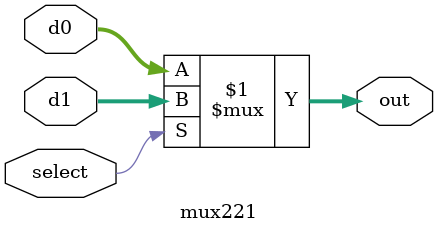
<source format=v>
module mux221 (
    input [1:0] d0,     // 2-bit input data 0
    input [1:0] d1,     // 2-bit input data 1
    input select,       // 1-bit select signal
    output [1:0] out    // 2-bit output
);

assign out = (select) ? d1 : d0;

endmodule
</source>
